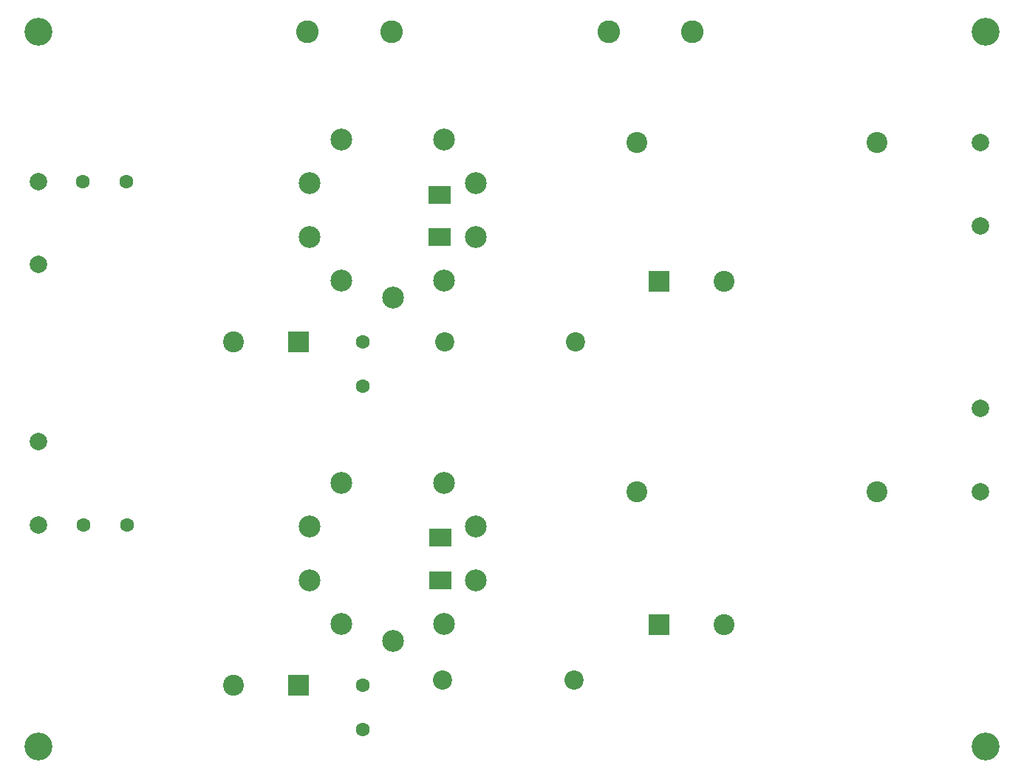
<source format=gbr>
G04 #@! TF.GenerationSoftware,KiCad,Pcbnew,(5.1.9-0-10_14)*
G04 #@! TF.CreationDate,2021-02-21T16:23:33+01:00*
G04 #@! TF.ProjectId,pre-amp-ecc88,7072652d-616d-4702-9d65-636338382e6b,rev?*
G04 #@! TF.SameCoordinates,Original*
G04 #@! TF.FileFunction,Soldermask,Bot*
G04 #@! TF.FilePolarity,Negative*
%FSLAX46Y46*%
G04 Gerber Fmt 4.6, Leading zero omitted, Abs format (unit mm)*
G04 Created by KiCad (PCBNEW (5.1.9-0-10_14)) date 2021-02-21 16:23:33*
%MOMM*%
%LPD*%
G01*
G04 APERTURE LIST*
%ADD10C,2.499360*%
%ADD11R,2.600000X2.100000*%
%ADD12C,2.400000*%
%ADD13R,2.400000X2.400000*%
%ADD14C,1.600000*%
%ADD15C,2.000000*%
%ADD16C,2.600000*%
%ADD17C,2.200000*%
%ADD18C,3.200000*%
G04 APERTURE END LIST*
D10*
X78562200Y-88519000D03*
X74930000Y-93522800D03*
X74930000Y-99695000D03*
X78562200Y-104698800D03*
X84439760Y-106608880D03*
X90317320Y-104698800D03*
X93949520Y-99695000D03*
X93949520Y-93522800D03*
X90317320Y-88519000D03*
X78562200Y-127889000D03*
X74930000Y-132892800D03*
X74930000Y-139065000D03*
X78562200Y-144068800D03*
X84439760Y-145978880D03*
X90317320Y-144068800D03*
X93949520Y-139065000D03*
X93949520Y-132892800D03*
X90317320Y-127889000D03*
D11*
X89789000Y-99732000D03*
X89789000Y-94832000D03*
X89916000Y-139065000D03*
X89916000Y-134165000D03*
D12*
X112395000Y-88900000D03*
X139895000Y-88900000D03*
X112395000Y-128905000D03*
X139895000Y-128905000D03*
X66160000Y-111760000D03*
D13*
X73660000Y-111760000D03*
D14*
X81026000Y-116760000D03*
X81026000Y-111760000D03*
D12*
X66160000Y-151130000D03*
D13*
X73660000Y-151130000D03*
D14*
X81026000Y-156130000D03*
X81026000Y-151130000D03*
D15*
X151765000Y-98425000D03*
X151765000Y-88900000D03*
D16*
X74676000Y-76200000D03*
X84328000Y-76200000D03*
D15*
X43815000Y-102870000D03*
X43815000Y-93345000D03*
D12*
X122435000Y-104775000D03*
D13*
X114935000Y-104775000D03*
D17*
X105410000Y-111760000D03*
X90410000Y-111760000D03*
D14*
X48895000Y-93345000D03*
X53895000Y-93345000D03*
D15*
X151765000Y-119380000D03*
X151765000Y-128905000D03*
D16*
X109220000Y-76200000D03*
X118745000Y-76200000D03*
D15*
X43815000Y-123190000D03*
X43815000Y-132715000D03*
D18*
X152400000Y-76200000D03*
X152400000Y-158115000D03*
X43815000Y-158115000D03*
X43815000Y-76200000D03*
D12*
X122435000Y-144145000D03*
D13*
X114935000Y-144145000D03*
D17*
X105170000Y-150495000D03*
X90170000Y-150495000D03*
D14*
X48975000Y-132715000D03*
X53975000Y-132715000D03*
M02*

</source>
